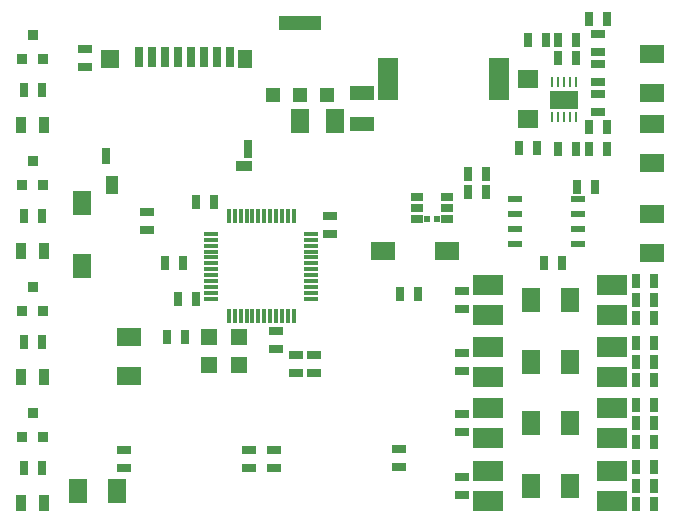
<source format=gtp>
G04 (created by PCBNEW (2013-mar-13)-stable) date Tue 21 Jul 2015 10:15:33 AM CEST*
%MOIN*%
G04 Gerber Fmt 3.4, Leading zero omitted, Abs format*
%FSLAX34Y34*%
G01*
G70*
G90*
G04 APERTURE LIST*
%ADD10C,0.005906*%
%ADD11R,0.036000X0.036000*%
%ADD12R,0.035000X0.055000*%
%ADD13R,0.025000X0.045000*%
%ADD14R,0.070100X0.140200*%
%ADD15R,0.070866X0.059843*%
%ADD16R,0.080000X0.060000*%
%ADD17R,0.078700X0.047200*%
%ADD18R,0.045000X0.025000*%
%ADD19R,0.094488X0.064961*%
%ADD20R,0.011024X0.033465*%
%ADD21R,0.098400X0.070900*%
%ADD22R,0.060000X0.080000*%
%ADD23R,0.011800X0.047200*%
%ADD24R,0.047200X0.011800*%
%ADD25R,0.055100X0.055118*%
%ADD26R,0.047200X0.047200*%
%ADD27R,0.141700X0.047200*%
%ADD28R,0.062992X0.078700*%
%ADD29R,0.078740X0.059055*%
%ADD30R,0.059055X0.078740*%
%ADD31R,0.027559X0.068898*%
%ADD32R,0.059055X0.059055*%
%ADD33R,0.051181X0.059055*%
%ADD34R,0.031496X0.059055*%
%ADD35R,0.031496X0.055118*%
%ADD36R,0.058071X0.035433*%
%ADD37R,0.039370X0.061024*%
%ADD38R,0.045000X0.020000*%
%ADD39R,0.039400X0.027600*%
%ADD40R,0.019700X0.023600*%
G04 APERTURE END LIST*
G54D10*
G54D11*
X47850Y-32450D03*
X47150Y-32450D03*
X47500Y-31650D03*
X47850Y-36650D03*
X47150Y-36650D03*
X47500Y-35850D03*
X47850Y-40850D03*
X47150Y-40850D03*
X47500Y-40050D03*
X47850Y-45050D03*
X47150Y-45050D03*
X47500Y-44250D03*
G54D12*
X47875Y-34650D03*
X47125Y-34650D03*
G54D13*
X47800Y-33500D03*
X47200Y-33500D03*
G54D12*
X47875Y-38850D03*
X47125Y-38850D03*
G54D13*
X47800Y-37700D03*
X47200Y-37700D03*
G54D12*
X47875Y-43050D03*
X47125Y-43050D03*
G54D13*
X47800Y-41900D03*
X47200Y-41900D03*
G54D12*
X47875Y-47250D03*
X47125Y-47250D03*
G54D13*
X47800Y-46100D03*
X47200Y-46100D03*
G54D14*
X63044Y-33138D03*
X59344Y-33138D03*
G54D15*
X64015Y-33138D03*
X64015Y-34477D03*
G54D16*
X68140Y-33590D03*
X68140Y-32290D03*
G54D17*
X58475Y-33603D03*
X58475Y-34627D03*
G54D13*
X65610Y-31823D03*
X65010Y-31823D03*
X65610Y-32423D03*
X65010Y-32423D03*
X65020Y-35463D03*
X65620Y-35463D03*
X66060Y-35463D03*
X66660Y-35463D03*
G54D18*
X66360Y-34223D03*
X66360Y-33623D03*
G54D13*
X64310Y-35423D03*
X63710Y-35423D03*
X66055Y-31115D03*
X66655Y-31115D03*
G54D19*
X65210Y-33813D03*
G54D20*
X64816Y-34393D03*
X65013Y-34393D03*
X65210Y-34393D03*
X65406Y-34393D03*
X65603Y-34393D03*
X65603Y-33232D03*
X65406Y-33232D03*
X65210Y-33232D03*
X65013Y-33232D03*
X64816Y-33232D03*
G54D18*
X66360Y-31623D03*
X66360Y-32223D03*
G54D13*
X66060Y-34723D03*
X66660Y-34723D03*
G54D18*
X66360Y-32623D03*
X66360Y-33223D03*
G54D13*
X64620Y-31823D03*
X64020Y-31823D03*
G54D16*
X68140Y-34640D03*
X68140Y-35940D03*
G54D13*
X67600Y-46690D03*
X68200Y-46690D03*
X68200Y-39860D03*
X67600Y-39860D03*
X68200Y-41930D03*
X67600Y-41930D03*
X68200Y-43990D03*
X67600Y-43990D03*
X68200Y-46070D03*
X67600Y-46070D03*
G54D21*
X66817Y-43050D03*
X66817Y-42050D03*
X62683Y-43050D03*
X62683Y-42050D03*
X66817Y-45110D03*
X66817Y-44110D03*
X62683Y-45110D03*
X62683Y-44110D03*
X66817Y-47190D03*
X66817Y-46190D03*
X62683Y-47190D03*
X62683Y-46190D03*
G54D13*
X67600Y-42550D03*
X68200Y-42550D03*
X67600Y-44610D03*
X68200Y-44610D03*
G54D21*
X66817Y-40980D03*
X66817Y-39980D03*
X62683Y-40980D03*
X62683Y-39980D03*
G54D13*
X67600Y-40480D03*
X68200Y-40480D03*
X67600Y-41100D03*
X68200Y-41100D03*
X67600Y-43170D03*
X68200Y-43170D03*
X67600Y-45230D03*
X68200Y-45230D03*
X67600Y-47310D03*
X68200Y-47310D03*
G54D18*
X61805Y-40180D03*
X61805Y-40780D03*
X61805Y-42250D03*
X61805Y-42850D03*
X61805Y-44310D03*
X61805Y-44910D03*
X61805Y-46390D03*
X61805Y-46990D03*
G54D22*
X65400Y-40480D03*
X64100Y-40480D03*
X65400Y-42550D03*
X64100Y-42550D03*
X65400Y-44610D03*
X64100Y-44610D03*
X65400Y-46690D03*
X64100Y-46690D03*
G54D23*
X54037Y-41043D03*
X54234Y-41043D03*
X54431Y-41043D03*
X54628Y-41043D03*
X54825Y-41043D03*
X55022Y-41043D03*
X55218Y-41043D03*
X55415Y-41043D03*
X55612Y-41043D03*
X55809Y-41043D03*
X56006Y-41043D03*
X56203Y-41043D03*
G54D24*
X56793Y-40453D03*
X56793Y-40256D03*
X56793Y-40059D03*
X56793Y-39862D03*
X56793Y-39665D03*
X56793Y-39468D03*
X56793Y-39272D03*
X56793Y-39075D03*
X56793Y-38878D03*
X56793Y-38681D03*
X56793Y-38484D03*
X56793Y-38287D03*
G54D23*
X56203Y-37697D03*
X56006Y-37697D03*
X55809Y-37697D03*
X55612Y-37697D03*
X55415Y-37697D03*
X55218Y-37697D03*
X55022Y-37697D03*
X54825Y-37697D03*
X54628Y-37697D03*
X54431Y-37697D03*
X54234Y-37697D03*
X54037Y-37697D03*
G54D24*
X53447Y-38287D03*
X53447Y-38484D03*
X53447Y-38681D03*
X53447Y-38878D03*
X53447Y-39075D03*
X53447Y-39272D03*
X53447Y-39468D03*
X53447Y-39665D03*
X53447Y-39862D03*
X53447Y-40059D03*
X53447Y-40256D03*
X53447Y-40453D03*
G54D25*
X53370Y-42672D03*
X54370Y-42672D03*
X54370Y-41727D03*
X53370Y-41727D03*
G54D26*
X56410Y-33671D03*
X55504Y-33671D03*
X57316Y-33671D03*
G54D27*
X56410Y-31269D03*
G54D28*
X56399Y-34515D03*
X57580Y-34515D03*
G54D18*
X56280Y-42330D03*
X56280Y-42930D03*
X56880Y-42330D03*
X56880Y-42930D03*
G54D13*
X51910Y-39270D03*
X52510Y-39270D03*
G54D29*
X61297Y-38870D03*
X59172Y-38870D03*
G54D30*
X49150Y-37247D03*
X49150Y-39372D03*
G54D18*
X55615Y-41540D03*
X55615Y-42140D03*
X57395Y-38285D03*
X57395Y-37685D03*
X54710Y-46080D03*
X54710Y-45480D03*
X55530Y-46080D03*
X55530Y-45480D03*
G54D13*
X53550Y-37235D03*
X52950Y-37235D03*
X52945Y-40455D03*
X52345Y-40455D03*
G54D22*
X49000Y-46855D03*
X50300Y-46855D03*
G54D16*
X50710Y-43025D03*
X50710Y-41725D03*
G54D13*
X52565Y-41725D03*
X51965Y-41725D03*
G54D31*
X51050Y-32403D03*
X51483Y-32403D03*
X51916Y-32403D03*
X52349Y-32403D03*
X52782Y-32403D03*
X53215Y-32403D03*
X53648Y-32403D03*
X54081Y-32403D03*
G54D32*
X50085Y-32452D03*
G54D33*
X54593Y-32452D03*
G54D34*
X54662Y-35445D03*
G54D35*
X49957Y-35700D03*
G54D36*
X54529Y-36035D03*
G54D37*
X50154Y-36655D03*
G54D18*
X51310Y-38170D03*
X51310Y-37570D03*
X49260Y-32115D03*
X49260Y-32715D03*
G54D13*
X62000Y-36300D03*
X62600Y-36300D03*
X62000Y-36890D03*
X62600Y-36890D03*
G54D16*
X68140Y-38925D03*
X68140Y-37625D03*
G54D38*
X65685Y-37120D03*
X63585Y-37120D03*
X65685Y-37620D03*
X65685Y-38120D03*
X65685Y-38620D03*
X63585Y-37620D03*
X63585Y-38120D03*
X63585Y-38620D03*
G54D39*
X61305Y-37055D03*
X61305Y-37430D03*
X61305Y-37805D03*
X60305Y-37805D03*
X60305Y-37430D03*
X60305Y-37055D03*
G54D40*
X60962Y-37805D03*
X60648Y-37805D03*
G54D13*
X65130Y-39245D03*
X64530Y-39245D03*
X60355Y-40295D03*
X59755Y-40295D03*
X65635Y-36730D03*
X66235Y-36730D03*
G54D18*
X50550Y-45480D03*
X50550Y-46080D03*
X59710Y-45475D03*
X59710Y-46075D03*
M02*

</source>
